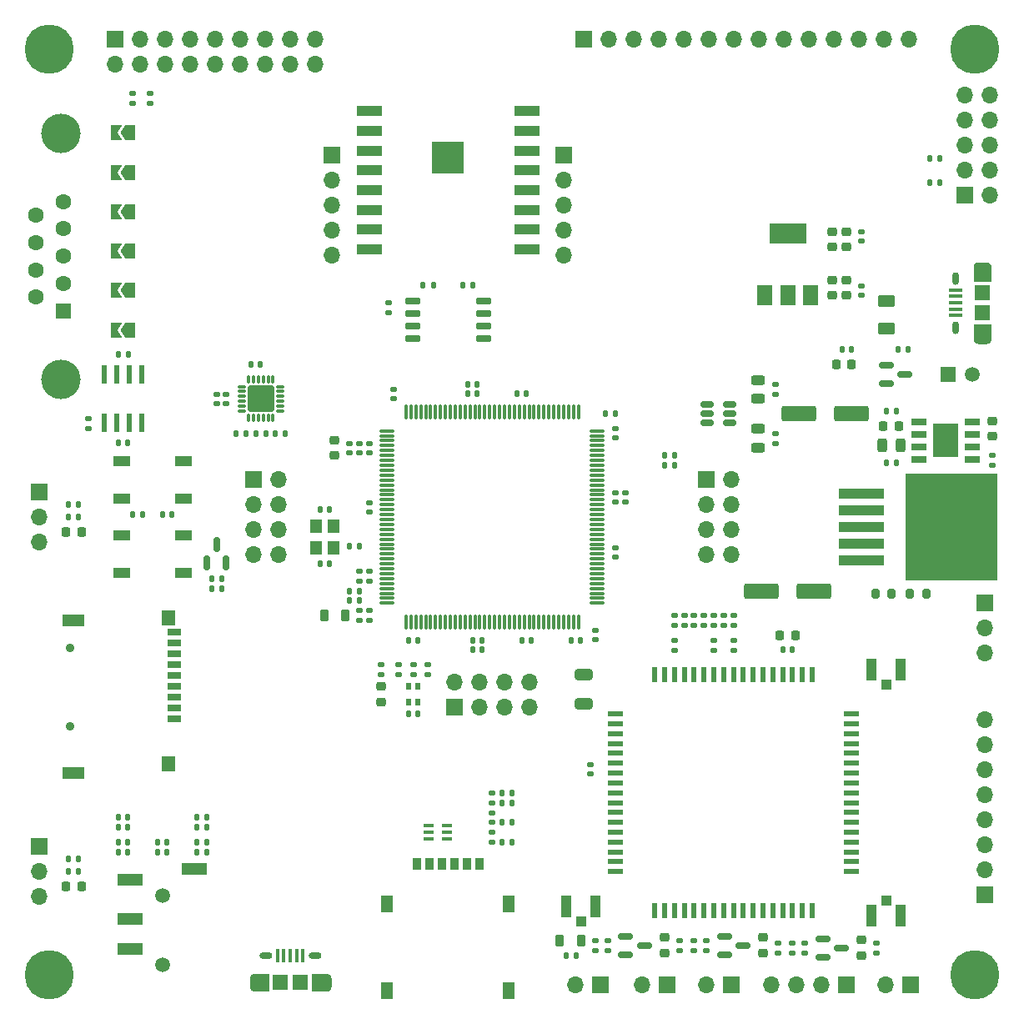
<source format=gbr>
%TF.GenerationSoftware,KiCad,Pcbnew,(6.0.0)*%
%TF.CreationDate,2022-01-12T18:34:34+03:00*%
%TF.ProjectId,UnderControl_V6,556e6465-7243-46f6-9e74-726f6c5f5636,1.6*%
%TF.SameCoordinates,Original*%
%TF.FileFunction,Soldermask,Top*%
%TF.FilePolarity,Negative*%
%FSLAX46Y46*%
G04 Gerber Fmt 4.6, Leading zero omitted, Abs format (unit mm)*
G04 Created by KiCad (PCBNEW (6.0.0)) date 2022-01-12 18:34:34*
%MOMM*%
%LPD*%
G01*
G04 APERTURE LIST*
G04 Aperture macros list*
%AMRoundRect*
0 Rectangle with rounded corners*
0 $1 Rounding radius*
0 $2 $3 $4 $5 $6 $7 $8 $9 X,Y pos of 4 corners*
0 Add a 4 corners polygon primitive as box body*
4,1,4,$2,$3,$4,$5,$6,$7,$8,$9,$2,$3,0*
0 Add four circle primitives for the rounded corners*
1,1,$1+$1,$2,$3*
1,1,$1+$1,$4,$5*
1,1,$1+$1,$6,$7*
1,1,$1+$1,$8,$9*
0 Add four rect primitives between the rounded corners*
20,1,$1+$1,$2,$3,$4,$5,0*
20,1,$1+$1,$4,$5,$6,$7,0*
20,1,$1+$1,$6,$7,$8,$9,0*
20,1,$1+$1,$8,$9,$2,$3,0*%
%AMFreePoly0*
4,1,6,1.000000,0.000000,0.500000,-0.750000,-0.500000,-0.750000,-0.500000,0.750000,0.500000,0.750000,1.000000,0.000000,1.000000,0.000000,$1*%
%AMFreePoly1*
4,1,6,0.500000,-0.750000,-0.650000,-0.750000,-0.150000,0.000000,-0.650000,0.750000,0.500000,0.750000,0.500000,-0.750000,0.500000,-0.750000,$1*%
G04 Aperture macros list end*
%ADD10C,0.000100*%
%ADD11RoundRect,0.075000X-0.662500X-0.075000X0.662500X-0.075000X0.662500X0.075000X-0.662500X0.075000X0*%
%ADD12RoundRect,0.075000X-0.075000X-0.662500X0.075000X-0.662500X0.075000X0.662500X-0.075000X0.662500X0*%
%ADD13RoundRect,0.135000X-0.185000X0.135000X-0.185000X-0.135000X0.185000X-0.135000X0.185000X0.135000X0*%
%ADD14RoundRect,0.135000X0.185000X-0.135000X0.185000X0.135000X-0.185000X0.135000X-0.185000X-0.135000X0*%
%ADD15RoundRect,0.135000X0.135000X0.185000X-0.135000X0.185000X-0.135000X-0.185000X0.135000X-0.185000X0*%
%ADD16RoundRect,0.135000X-0.135000X-0.185000X0.135000X-0.185000X0.135000X0.185000X-0.135000X0.185000X0*%
%ADD17RoundRect,0.150000X-0.587500X-0.150000X0.587500X-0.150000X0.587500X0.150000X-0.587500X0.150000X0*%
%ADD18O,1.700000X1.700000*%
%ADD19R,1.700000X1.700000*%
%ADD20RoundRect,0.218750X0.256250X-0.218750X0.256250X0.218750X-0.256250X0.218750X-0.256250X-0.218750X0*%
%ADD21RoundRect,0.218750X-0.218750X-0.256250X0.218750X-0.256250X0.218750X0.256250X-0.218750X0.256250X0*%
%ADD22RoundRect,0.140000X0.170000X-0.140000X0.170000X0.140000X-0.170000X0.140000X-0.170000X-0.140000X0*%
%ADD23RoundRect,0.140000X0.140000X0.170000X-0.140000X0.170000X-0.140000X-0.170000X0.140000X-0.170000X0*%
%ADD24RoundRect,0.225000X0.225000X0.250000X-0.225000X0.250000X-0.225000X-0.250000X0.225000X-0.250000X0*%
%ADD25RoundRect,0.250000X1.500000X0.550000X-1.500000X0.550000X-1.500000X-0.550000X1.500000X-0.550000X0*%
%ADD26RoundRect,0.250000X-1.500000X-0.550000X1.500000X-0.550000X1.500000X0.550000X-1.500000X0.550000X0*%
%ADD27RoundRect,0.225000X-0.225000X-0.250000X0.225000X-0.250000X0.225000X0.250000X-0.225000X0.250000X0*%
%ADD28RoundRect,0.140000X-0.140000X-0.170000X0.140000X-0.170000X0.140000X0.170000X-0.140000X0.170000X0*%
%ADD29RoundRect,0.250000X-0.650000X0.325000X-0.650000X-0.325000X0.650000X-0.325000X0.650000X0.325000X0*%
%ADD30RoundRect,0.225000X-0.250000X0.225000X-0.250000X-0.225000X0.250000X-0.225000X0.250000X0.225000X0*%
%ADD31RoundRect,0.225000X0.250000X-0.225000X0.250000X0.225000X-0.250000X0.225000X-0.250000X-0.225000X0*%
%ADD32RoundRect,0.243750X0.456250X-0.243750X0.456250X0.243750X-0.456250X0.243750X-0.456250X-0.243750X0*%
%ADD33RoundRect,0.243750X0.243750X0.456250X-0.243750X0.456250X-0.243750X-0.456250X0.243750X-0.456250X0*%
%ADD34R,0.550000X0.800000*%
%ADD35C,0.900000*%
%ADD36R,1.400000X0.700000*%
%ADD37R,1.400000X1.600000*%
%ADD38R,2.200000X1.200000*%
%ADD39C,1.600000*%
%ADD40R,1.600000X1.600000*%
%ADD41C,4.000000*%
%ADD42R,1.050000X1.100000*%
%ADD43R,1.100000X2.250000*%
%ADD44R,0.900000X1.200000*%
%ADD45R,1.300000X1.800000*%
%ADD46R,2.500000X1.200000*%
%ADD47C,1.500000*%
%ADD48RoundRect,0.200000X-0.200000X-0.275000X0.200000X-0.275000X0.200000X0.275000X-0.200000X0.275000X0*%
%ADD49FreePoly0,180.000000*%
%ADD50FreePoly1,180.000000*%
%ADD51RoundRect,0.140000X-0.170000X0.140000X-0.170000X-0.140000X0.170000X-0.140000X0.170000X0.140000X0*%
%ADD52RoundRect,0.250000X-0.625000X0.375000X-0.625000X-0.375000X0.625000X-0.375000X0.625000X0.375000X0*%
%ADD53RoundRect,0.218750X0.218750X0.256250X-0.218750X0.256250X-0.218750X-0.256250X0.218750X-0.256250X0*%
%ADD54RoundRect,0.150000X0.512500X0.150000X-0.512500X0.150000X-0.512500X-0.150000X0.512500X-0.150000X0*%
%ADD55R,2.600000X1.100000*%
%ADD56R,3.200000X3.200000*%
%ADD57RoundRect,0.218750X-0.218750X-0.381250X0.218750X-0.381250X0.218750X0.381250X-0.218750X0.381250X0*%
%ADD58R,1.700000X1.000000*%
%ADD59R,4.600000X1.100000*%
%ADD60R,9.400000X10.800000*%
%ADD61R,0.600000X1.600000*%
%ADD62R,1.600000X0.600000*%
%ADD63RoundRect,0.243750X-0.456250X0.243750X-0.456250X-0.243750X0.456250X-0.243750X0.456250X0.243750X0*%
%ADD64RoundRect,0.249100X1.125900X1.075900X-1.125900X1.075900X-1.125900X-1.075900X1.125900X-1.075900X0*%
%ADD65RoundRect,0.075000X0.350000X0.075000X-0.350000X0.075000X-0.350000X-0.075000X0.350000X-0.075000X0*%
%ADD66RoundRect,0.075000X-0.075000X0.350000X-0.075000X-0.350000X0.075000X-0.350000X0.075000X0.350000X0*%
%ADD67RoundRect,0.218750X0.218750X0.381250X-0.218750X0.381250X-0.218750X-0.381250X0.218750X-0.381250X0*%
%ADD68R,1.350000X0.400000*%
%ADD69O,0.650000X1.300000*%
%ADD70O,1.550000X0.775000*%
%ADD71R,1.550000X1.500000*%
%ADD72C,0.800000*%
%ADD73C,5.000000*%
%ADD74RoundRect,0.150000X0.150000X-0.587500X0.150000X0.587500X-0.150000X0.587500X-0.150000X-0.587500X0*%
%ADD75RoundRect,0.150000X0.650000X0.150000X-0.650000X0.150000X-0.650000X-0.150000X0.650000X-0.150000X0*%
%ADD76R,1.525000X0.700000*%
%ADD77R,2.513000X3.402000*%
%ADD78R,1.500000X2.000000*%
%ADD79R,3.800000X2.000000*%
%ADD80R,0.600000X1.970000*%
%ADD81R,1.060000X0.390000*%
%ADD82R,0.400000X1.350000*%
%ADD83O,1.300000X0.650000*%
%ADD84O,0.775000X1.550000*%
%ADD85R,1.500000X1.550000*%
%ADD86R,1.508000X1.508000*%
%ADD87C,1.508000*%
%ADD88R,1.200000X1.400000*%
G04 APERTURE END LIST*
D10*
%TO.C,J8*%
X148375000Y-84850000D02*
X148375000Y-83450000D01*
X148375000Y-83450000D02*
X150125000Y-83450000D01*
X150125000Y-83450000D02*
X150125000Y-84850000D01*
X150125000Y-84850000D02*
X150124000Y-84876000D01*
X150124000Y-84876000D02*
X150122000Y-84902000D01*
X150122000Y-84902000D02*
X150119000Y-84928000D01*
X150119000Y-84928000D02*
X150114000Y-84954000D01*
X150114000Y-84954000D02*
X150108000Y-84979000D01*
X150108000Y-84979000D02*
X150101000Y-85005000D01*
X150101000Y-85005000D02*
X150092000Y-85029000D01*
X150092000Y-85029000D02*
X150082000Y-85053000D01*
X150082000Y-85053000D02*
X150071000Y-85077000D01*
X150071000Y-85077000D02*
X150058000Y-85100000D01*
X150058000Y-85100000D02*
X150044000Y-85122000D01*
X150044000Y-85122000D02*
X150030000Y-85144000D01*
X150030000Y-85144000D02*
X150014000Y-85165000D01*
X150014000Y-85165000D02*
X149997000Y-85185000D01*
X149997000Y-85185000D02*
X149979000Y-85204000D01*
X149979000Y-85204000D02*
X149960000Y-85222000D01*
X149960000Y-85222000D02*
X149940000Y-85239000D01*
X149940000Y-85239000D02*
X149919000Y-85255000D01*
X149919000Y-85255000D02*
X149897000Y-85269000D01*
X149897000Y-85269000D02*
X149875000Y-85283000D01*
X149875000Y-85283000D02*
X149852000Y-85296000D01*
X149852000Y-85296000D02*
X149828000Y-85307000D01*
X149828000Y-85307000D02*
X149804000Y-85317000D01*
X149804000Y-85317000D02*
X149780000Y-85326000D01*
X149780000Y-85326000D02*
X149754000Y-85333000D01*
X149754000Y-85333000D02*
X149729000Y-85339000D01*
X149729000Y-85339000D02*
X149703000Y-85344000D01*
X149703000Y-85344000D02*
X149677000Y-85347000D01*
X149677000Y-85347000D02*
X149651000Y-85349000D01*
X149651000Y-85349000D02*
X149625000Y-85350000D01*
X149625000Y-85350000D02*
X148875000Y-85350000D01*
X148875000Y-85350000D02*
X148849000Y-85349000D01*
X148849000Y-85349000D02*
X148823000Y-85347000D01*
X148823000Y-85347000D02*
X148797000Y-85344000D01*
X148797000Y-85344000D02*
X148771000Y-85339000D01*
X148771000Y-85339000D02*
X148746000Y-85333000D01*
X148746000Y-85333000D02*
X148720000Y-85326000D01*
X148720000Y-85326000D02*
X148696000Y-85317000D01*
X148696000Y-85317000D02*
X148672000Y-85307000D01*
X148672000Y-85307000D02*
X148648000Y-85296000D01*
X148648000Y-85296000D02*
X148625000Y-85283000D01*
X148625000Y-85283000D02*
X148603000Y-85269000D01*
X148603000Y-85269000D02*
X148581000Y-85255000D01*
X148581000Y-85255000D02*
X148560000Y-85239000D01*
X148560000Y-85239000D02*
X148540000Y-85222000D01*
X148540000Y-85222000D02*
X148521000Y-85204000D01*
X148521000Y-85204000D02*
X148503000Y-85185000D01*
X148503000Y-85185000D02*
X148486000Y-85165000D01*
X148486000Y-85165000D02*
X148470000Y-85144000D01*
X148470000Y-85144000D02*
X148456000Y-85122000D01*
X148456000Y-85122000D02*
X148442000Y-85100000D01*
X148442000Y-85100000D02*
X148429000Y-85077000D01*
X148429000Y-85077000D02*
X148418000Y-85053000D01*
X148418000Y-85053000D02*
X148408000Y-85029000D01*
X148408000Y-85029000D02*
X148399000Y-85005000D01*
X148399000Y-85005000D02*
X148392000Y-84979000D01*
X148392000Y-84979000D02*
X148386000Y-84954000D01*
X148386000Y-84954000D02*
X148381000Y-84928000D01*
X148381000Y-84928000D02*
X148378000Y-84902000D01*
X148378000Y-84902000D02*
X148376000Y-84876000D01*
X148376000Y-84876000D02*
X148375000Y-84850000D01*
X148375000Y-84850000D02*
X148375000Y-84850000D01*
G36*
X150125000Y-84850000D02*
G01*
X150124000Y-84876000D01*
X150122000Y-84902000D01*
X150119000Y-84928000D01*
X150114000Y-84954000D01*
X150108000Y-84979000D01*
X150101000Y-85005000D01*
X150092000Y-85029000D01*
X150082000Y-85053000D01*
X150071000Y-85077000D01*
X150058000Y-85100000D01*
X150030000Y-85144000D01*
X150014000Y-85165000D01*
X149997000Y-85185000D01*
X149979000Y-85204000D01*
X149960000Y-85222000D01*
X149940000Y-85239000D01*
X149919000Y-85255000D01*
X149875000Y-85283000D01*
X149852000Y-85296000D01*
X149828000Y-85307000D01*
X149804000Y-85317000D01*
X149780000Y-85326000D01*
X149754000Y-85333000D01*
X149729000Y-85339000D01*
X149703000Y-85344000D01*
X149677000Y-85347000D01*
X149651000Y-85349000D01*
X149625000Y-85350000D01*
X148875000Y-85350000D01*
X148849000Y-85349000D01*
X148823000Y-85347000D01*
X148797000Y-85344000D01*
X148771000Y-85339000D01*
X148746000Y-85333000D01*
X148720000Y-85326000D01*
X148696000Y-85317000D01*
X148672000Y-85307000D01*
X148648000Y-85296000D01*
X148625000Y-85283000D01*
X148581000Y-85255000D01*
X148560000Y-85239000D01*
X148540000Y-85222000D01*
X148521000Y-85204000D01*
X148503000Y-85185000D01*
X148486000Y-85165000D01*
X148470000Y-85144000D01*
X148442000Y-85100000D01*
X148429000Y-85077000D01*
X148418000Y-85053000D01*
X148408000Y-85029000D01*
X148399000Y-85005000D01*
X148392000Y-84979000D01*
X148386000Y-84954000D01*
X148381000Y-84928000D01*
X148378000Y-84902000D01*
X148376000Y-84876000D01*
X148375000Y-84850000D01*
X148375000Y-83450000D01*
X150125000Y-83450000D01*
X150125000Y-84850000D01*
G37*
X150125000Y-84850000D02*
X150124000Y-84876000D01*
X150122000Y-84902000D01*
X150119000Y-84928000D01*
X150114000Y-84954000D01*
X150108000Y-84979000D01*
X150101000Y-85005000D01*
X150092000Y-85029000D01*
X150082000Y-85053000D01*
X150071000Y-85077000D01*
X150058000Y-85100000D01*
X150030000Y-85144000D01*
X150014000Y-85165000D01*
X149997000Y-85185000D01*
X149979000Y-85204000D01*
X149960000Y-85222000D01*
X149940000Y-85239000D01*
X149919000Y-85255000D01*
X149875000Y-85283000D01*
X149852000Y-85296000D01*
X149828000Y-85307000D01*
X149804000Y-85317000D01*
X149780000Y-85326000D01*
X149754000Y-85333000D01*
X149729000Y-85339000D01*
X149703000Y-85344000D01*
X149677000Y-85347000D01*
X149651000Y-85349000D01*
X149625000Y-85350000D01*
X148875000Y-85350000D01*
X148849000Y-85349000D01*
X148823000Y-85347000D01*
X148797000Y-85344000D01*
X148771000Y-85339000D01*
X148746000Y-85333000D01*
X148720000Y-85326000D01*
X148696000Y-85317000D01*
X148672000Y-85307000D01*
X148648000Y-85296000D01*
X148625000Y-85283000D01*
X148581000Y-85255000D01*
X148560000Y-85239000D01*
X148540000Y-85222000D01*
X148521000Y-85204000D01*
X148503000Y-85185000D01*
X148486000Y-85165000D01*
X148470000Y-85144000D01*
X148442000Y-85100000D01*
X148429000Y-85077000D01*
X148418000Y-85053000D01*
X148408000Y-85029000D01*
X148399000Y-85005000D01*
X148392000Y-84979000D01*
X148386000Y-84954000D01*
X148381000Y-84928000D01*
X148378000Y-84902000D01*
X148376000Y-84876000D01*
X148375000Y-84850000D01*
X148375000Y-83450000D01*
X150125000Y-83450000D01*
X150125000Y-84850000D01*
X150125000Y-77650000D02*
X150125000Y-79050000D01*
X150125000Y-79050000D02*
X148375000Y-79050000D01*
X148375000Y-79050000D02*
X148375000Y-77650000D01*
X148375000Y-77650000D02*
X148376000Y-77624000D01*
X148376000Y-77624000D02*
X148378000Y-77598000D01*
X148378000Y-77598000D02*
X148381000Y-77572000D01*
X148381000Y-77572000D02*
X148386000Y-77546000D01*
X148386000Y-77546000D02*
X148392000Y-77521000D01*
X148392000Y-77521000D02*
X148399000Y-77495000D01*
X148399000Y-77495000D02*
X148408000Y-77471000D01*
X148408000Y-77471000D02*
X148418000Y-77447000D01*
X148418000Y-77447000D02*
X148429000Y-77423000D01*
X148429000Y-77423000D02*
X148442000Y-77400000D01*
X148442000Y-77400000D02*
X148456000Y-77378000D01*
X148456000Y-77378000D02*
X148470000Y-77356000D01*
X148470000Y-77356000D02*
X148486000Y-77335000D01*
X148486000Y-77335000D02*
X148503000Y-77315000D01*
X148503000Y-77315000D02*
X148521000Y-77296000D01*
X148521000Y-77296000D02*
X148540000Y-77278000D01*
X148540000Y-77278000D02*
X148560000Y-77261000D01*
X148560000Y-77261000D02*
X148581000Y-77245000D01*
X148581000Y-77245000D02*
X148603000Y-77231000D01*
X148603000Y-77231000D02*
X148625000Y-77217000D01*
X148625000Y-77217000D02*
X148648000Y-77204000D01*
X148648000Y-77204000D02*
X148672000Y-77193000D01*
X148672000Y-77193000D02*
X148696000Y-77183000D01*
X148696000Y-77183000D02*
X148720000Y-77174000D01*
X148720000Y-77174000D02*
X148746000Y-77167000D01*
X148746000Y-77167000D02*
X148771000Y-77161000D01*
X148771000Y-77161000D02*
X148797000Y-77156000D01*
X148797000Y-77156000D02*
X148823000Y-77153000D01*
X148823000Y-77153000D02*
X148849000Y-77151000D01*
X148849000Y-77151000D02*
X148875000Y-77150000D01*
X148875000Y-77150000D02*
X149625000Y-77150000D01*
X149625000Y-77150000D02*
X149651000Y-77151000D01*
X149651000Y-77151000D02*
X149677000Y-77153000D01*
X149677000Y-77153000D02*
X149703000Y-77156000D01*
X149703000Y-77156000D02*
X149729000Y-77161000D01*
X149729000Y-77161000D02*
X149754000Y-77167000D01*
X149754000Y-77167000D02*
X149780000Y-77174000D01*
X149780000Y-77174000D02*
X149804000Y-77183000D01*
X149804000Y-77183000D02*
X149828000Y-77193000D01*
X149828000Y-77193000D02*
X149852000Y-77204000D01*
X149852000Y-77204000D02*
X149875000Y-77217000D01*
X149875000Y-77217000D02*
X149897000Y-77231000D01*
X149897000Y-77231000D02*
X149919000Y-77245000D01*
X149919000Y-77245000D02*
X149940000Y-77261000D01*
X149940000Y-77261000D02*
X149960000Y-77278000D01*
X149960000Y-77278000D02*
X149979000Y-77296000D01*
X149979000Y-77296000D02*
X149997000Y-77315000D01*
X149997000Y-77315000D02*
X150014000Y-77335000D01*
X150014000Y-77335000D02*
X150030000Y-77356000D01*
X150030000Y-77356000D02*
X150044000Y-77378000D01*
X150044000Y-77378000D02*
X150058000Y-77400000D01*
X150058000Y-77400000D02*
X150071000Y-77423000D01*
X150071000Y-77423000D02*
X150082000Y-77447000D01*
X150082000Y-77447000D02*
X150092000Y-77471000D01*
X150092000Y-77471000D02*
X150101000Y-77495000D01*
X150101000Y-77495000D02*
X150108000Y-77521000D01*
X150108000Y-77521000D02*
X150114000Y-77546000D01*
X150114000Y-77546000D02*
X150119000Y-77572000D01*
X150119000Y-77572000D02*
X150122000Y-77598000D01*
X150122000Y-77598000D02*
X150124000Y-77624000D01*
X150124000Y-77624000D02*
X150125000Y-77650000D01*
X150125000Y-77650000D02*
X150125000Y-77650000D01*
G36*
X149651000Y-77151000D02*
G01*
X149677000Y-77153000D01*
X149703000Y-77156000D01*
X149729000Y-77161000D01*
X149754000Y-77167000D01*
X149780000Y-77174000D01*
X149804000Y-77183000D01*
X149828000Y-77193000D01*
X149852000Y-77204000D01*
X149875000Y-77217000D01*
X149919000Y-77245000D01*
X149940000Y-77261000D01*
X149960000Y-77278000D01*
X149979000Y-77296000D01*
X149997000Y-77315000D01*
X150014000Y-77335000D01*
X150030000Y-77356000D01*
X150058000Y-77400000D01*
X150071000Y-77423000D01*
X150082000Y-77447000D01*
X150092000Y-77471000D01*
X150101000Y-77495000D01*
X150108000Y-77521000D01*
X150114000Y-77546000D01*
X150119000Y-77572000D01*
X150122000Y-77598000D01*
X150124000Y-77624000D01*
X150125000Y-77650000D01*
X150125000Y-79050000D01*
X148375000Y-79050000D01*
X148375000Y-77650000D01*
X148376000Y-77624000D01*
X148378000Y-77598000D01*
X148381000Y-77572000D01*
X148386000Y-77546000D01*
X148392000Y-77521000D01*
X148399000Y-77495000D01*
X148408000Y-77471000D01*
X148418000Y-77447000D01*
X148429000Y-77423000D01*
X148442000Y-77400000D01*
X148470000Y-77356000D01*
X148486000Y-77335000D01*
X148503000Y-77315000D01*
X148521000Y-77296000D01*
X148540000Y-77278000D01*
X148560000Y-77261000D01*
X148581000Y-77245000D01*
X148625000Y-77217000D01*
X148648000Y-77204000D01*
X148672000Y-77193000D01*
X148696000Y-77183000D01*
X148720000Y-77174000D01*
X148746000Y-77167000D01*
X148771000Y-77161000D01*
X148797000Y-77156000D01*
X148823000Y-77153000D01*
X148849000Y-77151000D01*
X148875000Y-77150000D01*
X149625000Y-77150000D01*
X149651000Y-77151000D01*
G37*
X149651000Y-77151000D02*
X149677000Y-77153000D01*
X149703000Y-77156000D01*
X149729000Y-77161000D01*
X149754000Y-77167000D01*
X149780000Y-77174000D01*
X149804000Y-77183000D01*
X149828000Y-77193000D01*
X149852000Y-77204000D01*
X149875000Y-77217000D01*
X149919000Y-77245000D01*
X149940000Y-77261000D01*
X149960000Y-77278000D01*
X149979000Y-77296000D01*
X149997000Y-77315000D01*
X150014000Y-77335000D01*
X150030000Y-77356000D01*
X150058000Y-77400000D01*
X150071000Y-77423000D01*
X150082000Y-77447000D01*
X150092000Y-77471000D01*
X150101000Y-77495000D01*
X150108000Y-77521000D01*
X150114000Y-77546000D01*
X150119000Y-77572000D01*
X150122000Y-77598000D01*
X150124000Y-77624000D01*
X150125000Y-77650000D01*
X150125000Y-79050000D01*
X148375000Y-79050000D01*
X148375000Y-77650000D01*
X148376000Y-77624000D01*
X148378000Y-77598000D01*
X148381000Y-77572000D01*
X148386000Y-77546000D01*
X148392000Y-77521000D01*
X148399000Y-77495000D01*
X148408000Y-77471000D01*
X148418000Y-77447000D01*
X148429000Y-77423000D01*
X148442000Y-77400000D01*
X148470000Y-77356000D01*
X148486000Y-77335000D01*
X148503000Y-77315000D01*
X148521000Y-77296000D01*
X148540000Y-77278000D01*
X148560000Y-77261000D01*
X148581000Y-77245000D01*
X148625000Y-77217000D01*
X148648000Y-77204000D01*
X148672000Y-77193000D01*
X148696000Y-77183000D01*
X148720000Y-77174000D01*
X148746000Y-77167000D01*
X148771000Y-77161000D01*
X148797000Y-77156000D01*
X148823000Y-77153000D01*
X148849000Y-77151000D01*
X148875000Y-77150000D01*
X149625000Y-77150000D01*
X149651000Y-77151000D01*
%TO.C,J7*%
X75400000Y-149375000D02*
X76800000Y-149375000D01*
X76800000Y-149375000D02*
X76800000Y-151125000D01*
X76800000Y-151125000D02*
X75400000Y-151125000D01*
X75400000Y-151125000D02*
X75374000Y-151124000D01*
X75374000Y-151124000D02*
X75348000Y-151122000D01*
X75348000Y-151122000D02*
X75322000Y-151119000D01*
X75322000Y-151119000D02*
X75296000Y-151114000D01*
X75296000Y-151114000D02*
X75271000Y-151108000D01*
X75271000Y-151108000D02*
X75245000Y-151101000D01*
X75245000Y-151101000D02*
X75221000Y-151092000D01*
X75221000Y-151092000D02*
X75197000Y-151082000D01*
X75197000Y-151082000D02*
X75173000Y-151071000D01*
X75173000Y-151071000D02*
X75150000Y-151058000D01*
X75150000Y-151058000D02*
X75128000Y-151044000D01*
X75128000Y-151044000D02*
X75106000Y-151030000D01*
X75106000Y-151030000D02*
X75085000Y-151014000D01*
X75085000Y-151014000D02*
X75065000Y-150997000D01*
X75065000Y-150997000D02*
X75046000Y-150979000D01*
X75046000Y-150979000D02*
X75028000Y-150960000D01*
X75028000Y-150960000D02*
X75011000Y-150940000D01*
X75011000Y-150940000D02*
X74995000Y-150919000D01*
X74995000Y-150919000D02*
X74981000Y-150897000D01*
X74981000Y-150897000D02*
X74967000Y-150875000D01*
X74967000Y-150875000D02*
X74954000Y-150852000D01*
X74954000Y-150852000D02*
X74943000Y-150828000D01*
X74943000Y-150828000D02*
X74933000Y-150804000D01*
X74933000Y-150804000D02*
X74924000Y-150780000D01*
X74924000Y-150780000D02*
X74917000Y-150754000D01*
X74917000Y-150754000D02*
X74911000Y-150729000D01*
X74911000Y-150729000D02*
X74906000Y-150703000D01*
X74906000Y-150703000D02*
X74903000Y-150677000D01*
X74903000Y-150677000D02*
X74901000Y-150651000D01*
X74901000Y-150651000D02*
X74900000Y-150625000D01*
X74900000Y-150625000D02*
X74900000Y-149875000D01*
X74900000Y-149875000D02*
X74901000Y-149849000D01*
X74901000Y-149849000D02*
X74903000Y-149823000D01*
X74903000Y-149823000D02*
X74906000Y-149797000D01*
X74906000Y-149797000D02*
X74911000Y-149771000D01*
X74911000Y-149771000D02*
X74917000Y-149746000D01*
X74917000Y-149746000D02*
X74924000Y-149720000D01*
X74924000Y-149720000D02*
X74933000Y-149696000D01*
X74933000Y-149696000D02*
X74943000Y-149672000D01*
X74943000Y-149672000D02*
X74954000Y-149648000D01*
X74954000Y-149648000D02*
X74967000Y-149625000D01*
X74967000Y-149625000D02*
X74981000Y-149603000D01*
X74981000Y-149603000D02*
X74995000Y-149581000D01*
X74995000Y-149581000D02*
X75011000Y-149560000D01*
X75011000Y-149560000D02*
X75028000Y-149540000D01*
X75028000Y-149540000D02*
X75046000Y-149521000D01*
X75046000Y-149521000D02*
X75065000Y-149503000D01*
X75065000Y-149503000D02*
X75085000Y-149486000D01*
X75085000Y-149486000D02*
X75106000Y-149470000D01*
X75106000Y-149470000D02*
X75128000Y-149456000D01*
X75128000Y-149456000D02*
X75150000Y-149442000D01*
X75150000Y-149442000D02*
X75173000Y-149429000D01*
X75173000Y-149429000D02*
X75197000Y-149418000D01*
X75197000Y-149418000D02*
X75221000Y-149408000D01*
X75221000Y-149408000D02*
X75245000Y-149399000D01*
X75245000Y-149399000D02*
X75271000Y-149392000D01*
X75271000Y-149392000D02*
X75296000Y-149386000D01*
X75296000Y-149386000D02*
X75322000Y-149381000D01*
X75322000Y-149381000D02*
X75348000Y-149378000D01*
X75348000Y-149378000D02*
X75374000Y-149376000D01*
X75374000Y-149376000D02*
X75400000Y-149375000D01*
X75400000Y-149375000D02*
X75400000Y-149375000D01*
G36*
X76800000Y-151125000D02*
G01*
X75400000Y-151125000D01*
X75374000Y-151124000D01*
X75348000Y-151122000D01*
X75322000Y-151119000D01*
X75296000Y-151114000D01*
X75271000Y-151108000D01*
X75245000Y-151101000D01*
X75221000Y-151092000D01*
X75197000Y-151082000D01*
X75173000Y-151071000D01*
X75150000Y-151058000D01*
X75106000Y-151030000D01*
X75085000Y-151014000D01*
X75065000Y-150997000D01*
X75046000Y-150979000D01*
X75028000Y-150960000D01*
X75011000Y-150940000D01*
X74995000Y-150919000D01*
X74967000Y-150875000D01*
X74954000Y-150852000D01*
X74943000Y-150828000D01*
X74933000Y-150804000D01*
X74924000Y-150780000D01*
X74917000Y-150754000D01*
X74911000Y-150729000D01*
X74906000Y-150703000D01*
X74903000Y-150677000D01*
X74901000Y-150651000D01*
X74900000Y-150625000D01*
X74900000Y-149875000D01*
X74901000Y-149849000D01*
X74903000Y-149823000D01*
X74906000Y-149797000D01*
X74911000Y-149771000D01*
X74917000Y-149746000D01*
X74924000Y-149720000D01*
X74933000Y-149696000D01*
X74943000Y-149672000D01*
X74954000Y-149648000D01*
X74967000Y-149625000D01*
X74995000Y-149581000D01*
X75011000Y-149560000D01*
X75028000Y-149540000D01*
X75046000Y-149521000D01*
X75065000Y-149503000D01*
X75085000Y-149486000D01*
X75106000Y-149470000D01*
X75150000Y-149442000D01*
X75173000Y-149429000D01*
X75197000Y-149418000D01*
X75221000Y-149408000D01*
X75245000Y-149399000D01*
X75271000Y-149392000D01*
X75296000Y-149386000D01*
X75322000Y-149381000D01*
X75348000Y-149378000D01*
X75374000Y-149376000D01*
X75400000Y-149375000D01*
X76800000Y-149375000D01*
X76800000Y-151125000D01*
G37*
X76800000Y-151125000D02*
X75400000Y-151125000D01*
X75374000Y-151124000D01*
X75348000Y-151122000D01*
X75322000Y-151119000D01*
X75296000Y-151114000D01*
X75271000Y-151108000D01*
X75245000Y-151101000D01*
X75221000Y-151092000D01*
X75197000Y-151082000D01*
X75173000Y-151071000D01*
X75150000Y-151058000D01*
X75106000Y-151030000D01*
X75085000Y-151014000D01*
X75065000Y-150997000D01*
X75046000Y-150979000D01*
X75028000Y-150960000D01*
X75011000Y-150940000D01*
X74995000Y-150919000D01*
X74967000Y-150875000D01*
X74954000Y-150852000D01*
X74943000Y-150828000D01*
X74933000Y-150804000D01*
X74924000Y-150780000D01*
X74917000Y-150754000D01*
X74911000Y-150729000D01*
X74906000Y-150703000D01*
X74903000Y-150677000D01*
X74901000Y-150651000D01*
X74900000Y-150625000D01*
X74900000Y-149875000D01*
X74901000Y-149849000D01*
X74903000Y-149823000D01*
X74906000Y-149797000D01*
X74911000Y-149771000D01*
X74917000Y-149746000D01*
X74924000Y-149720000D01*
X74933000Y-149696000D01*
X74943000Y-149672000D01*
X74954000Y-149648000D01*
X74967000Y-149625000D01*
X74995000Y-149581000D01*
X75011000Y-149560000D01*
X75028000Y-149540000D01*
X75046000Y-149521000D01*
X75065000Y-149503000D01*
X75085000Y-149486000D01*
X75106000Y-149470000D01*
X75150000Y-149442000D01*
X75173000Y-149429000D01*
X75197000Y-149418000D01*
X75221000Y-149408000D01*
X75245000Y-149399000D01*
X75271000Y-149392000D01*
X75296000Y-149386000D01*
X75322000Y-149381000D01*
X75348000Y-149378000D01*
X75374000Y-149376000D01*
X75400000Y-149375000D01*
X76800000Y-149375000D01*
X76800000Y-151125000D01*
X82600000Y-151125000D02*
X81200000Y-151125000D01*
X81200000Y-151125000D02*
X81200000Y-149375000D01*
X81200000Y-149375000D02*
X82600000Y-149375000D01*
X82600000Y-149375000D02*
X82626000Y-149376000D01*
X82626000Y-149376000D02*
X82652000Y-149378000D01*
X82652000Y-149378000D02*
X82678000Y-149381000D01*
X82678000Y-149381000D02*
X82704000Y-149386000D01*
X82704000Y-149386000D02*
X82729000Y-149392000D01*
X82729000Y-149392000D02*
X82755000Y-149399000D01*
X82755000Y-149399000D02*
X82779000Y-149408000D01*
X82779000Y-149408000D02*
X82803000Y-149418000D01*
X82803000Y-149418000D02*
X82827000Y-149429000D01*
X82827000Y-149429000D02*
X82850000Y-149442000D01*
X82850000Y-149442000D02*
X82872000Y-149456000D01*
X82872000Y-149456000D02*
X82894000Y-149470000D01*
X82894000Y-149470000D02*
X82915000Y-149486000D01*
X82915000Y-149486000D02*
X82935000Y-149503000D01*
X82935000Y-149503000D02*
X82954000Y-149521000D01*
X82954000Y-149521000D02*
X82972000Y-149540000D01*
X82972000Y-149540000D02*
X82989000Y-149560000D01*
X82989000Y-149560000D02*
X83005000Y-149581000D01*
X83005000Y-149581000D02*
X83019000Y-149603000D01*
X83019000Y-149603000D02*
X83033000Y-149625000D01*
X83033000Y-149625000D02*
X83046000Y-149648000D01*
X83046000Y-149648000D02*
X83057000Y-149672000D01*
X83057000Y-149672000D02*
X83067000Y-149696000D01*
X83067000Y-149696000D02*
X83076000Y-149720000D01*
X83076000Y-149720000D02*
X83083000Y-149746000D01*
X83083000Y-149746000D02*
X83089000Y-149771000D01*
X83089000Y-149771000D02*
X83094000Y-149797000D01*
X83094000Y-149797000D02*
X83097000Y-149823000D01*
X83097000Y-149823000D02*
X83099000Y-149849000D01*
X83099000Y-149849000D02*
X83100000Y-149875000D01*
X83100000Y-149875000D02*
X83100000Y-150625000D01*
X83100000Y-150625000D02*
X83099000Y-150651000D01*
X83099000Y-150651000D02*
X83097000Y-150677000D01*
X83097000Y-150677000D02*
X83094000Y-150703000D01*
X83094000Y-150703000D02*
X83089000Y-150729000D01*
X83089000Y-150729000D02*
X83083000Y-150754000D01*
X83083000Y-150754000D02*
X83076000Y-150780000D01*
X83076000Y-150780000D02*
X83067000Y-150804000D01*
X83067000Y-150804000D02*
X83057000Y-150828000D01*
X83057000Y-150828000D02*
X83046000Y-150852000D01*
X83046000Y-150852000D02*
X83033000Y-150875000D01*
X83033000Y-150875000D02*
X83019000Y-150897000D01*
X83019000Y-150897000D02*
X83005000Y-150919000D01*
X83005000Y-150919000D02*
X82989000Y-150940000D01*
X82989000Y-150940000D02*
X82972000Y-150960000D01*
X82972000Y-150960000D02*
X82954000Y-150979000D01*
X82954000Y-150979000D02*
X82935000Y-150997000D01*
X82935000Y-150997000D02*
X82915000Y-151014000D01*
X82915000Y-151014000D02*
X82894000Y-151030000D01*
X82894000Y-151030000D02*
X82872000Y-151044000D01*
X82872000Y-151044000D02*
X82850000Y-151058000D01*
X82850000Y-151058000D02*
X82827000Y-151071000D01*
X82827000Y-151071000D02*
X82803000Y-151082000D01*
X82803000Y-151082000D02*
X82779000Y-151092000D01*
X82779000Y-151092000D02*
X82755000Y-151101000D01*
X82755000Y-151101000D02*
X82729000Y-151108000D01*
X82729000Y-151108000D02*
X82704000Y-151114000D01*
X82704000Y-151114000D02*
X82678000Y-151119000D01*
X82678000Y-151119000D02*
X82652000Y-151122000D01*
X82652000Y-151122000D02*
X82626000Y-151124000D01*
X82626000Y-151124000D02*
X82600000Y-151125000D01*
X82600000Y-151125000D02*
X82600000Y-151125000D01*
G36*
X82626000Y-149376000D02*
G01*
X82652000Y-149378000D01*
X82678000Y-149381000D01*
X82704000Y-149386000D01*
X82729000Y-149392000D01*
X82755000Y-149399000D01*
X82779000Y-149408000D01*
X82803000Y-149418000D01*
X82827000Y-149429000D01*
X82850000Y-149442000D01*
X82894000Y-149470000D01*
X82915000Y-149486000D01*
X82935000Y-149503000D01*
X82954000Y-149521000D01*
X82972000Y-149540000D01*
X82989000Y-149560000D01*
X83005000Y-149581000D01*
X83033000Y-149625000D01*
X83046000Y-149648000D01*
X83057000Y-149672000D01*
X83067000Y-149696000D01*
X83076000Y-149720000D01*
X83083000Y-149746000D01*
X83089000Y-149771000D01*
X83094000Y-149797000D01*
X83097000Y-149823000D01*
X83099000Y-149849000D01*
X83100000Y-149875000D01*
X83100000Y-150625000D01*
X83099000Y-150651000D01*
X83097000Y-150677000D01*
X83094000Y-150703000D01*
X83089000Y-150729000D01*
X83083000Y-150754000D01*
X83076000Y-150780000D01*
X83067000Y-150804000D01*
X83057000Y-150828000D01*
X83046000Y-150852000D01*
X83033000Y-150875000D01*
X83005000Y-150919000D01*
X82989000Y-150940000D01*
X82972000Y-150960000D01*
X82954000Y-150979000D01*
X82935000Y-150997000D01*
X82915000Y-151014000D01*
X82894000Y-151030000D01*
X82850000Y-151058000D01*
X82827000Y-151071000D01*
X82803000Y-151082000D01*
X82779000Y-151092000D01*
X82755000Y-151101000D01*
X82729000Y-151108000D01*
X82704000Y-151114000D01*
X82678000Y-151119000D01*
X82652000Y-151122000D01*
X82626000Y-151124000D01*
X82600000Y-151125000D01*
X81200000Y-151125000D01*
X81200000Y-149375000D01*
X82600000Y-149375000D01*
X82626000Y-149376000D01*
G37*
X82626000Y-149376000D02*
X82652000Y-149378000D01*
X82678000Y-149381000D01*
X82704000Y-149386000D01*
X82729000Y-149392000D01*
X82755000Y-149399000D01*
X82779000Y-149408000D01*
X82803000Y-149418000D01*
X82827000Y-149429000D01*
X82850000Y-149442000D01*
X82894000Y-149470000D01*
X82915000Y-149486000D01*
X82935000Y-149503000D01*
X82954000Y-149521000D01*
X82972000Y-149540000D01*
X82989000Y-149560000D01*
X83005000Y-149581000D01*
X83033000Y-149625000D01*
X83046000Y-149648000D01*
X83057000Y-149672000D01*
X83067000Y-149696000D01*
X83076000Y-149720000D01*
X83083000Y-149746000D01*
X83089000Y-149771000D01*
X83094000Y-149797000D01*
X83097000Y-149823000D01*
X83099000Y-149849000D01*
X83100000Y-149875000D01*
X83100000Y-150625000D01*
X83099000Y-150651000D01*
X83097000Y-150677000D01*
X83094000Y-150703000D01*
X83089000Y-150729000D01*
X83083000Y-150754000D01*
X83076000Y-150780000D01*
X83067000Y-150804000D01*
X83057000Y-150828000D01*
X83046000Y-150852000D01*
X83033000Y-150875000D01*
X83005000Y-150919000D01*
X82989000Y-150940000D01*
X82972000Y-150960000D01*
X82954000Y-150979000D01*
X82935000Y-150997000D01*
X82915000Y-151014000D01*
X82894000Y-151030000D01*
X82850000Y-151058000D01*
X82827000Y-151071000D01*
X82803000Y-151082000D01*
X82779000Y-151092000D01*
X82755000Y-151101000D01*
X82729000Y-151108000D01*
X82704000Y-151114000D01*
X82678000Y-151119000D01*
X82652000Y-151122000D01*
X82626000Y-151124000D01*
X82600000Y-151125000D01*
X81200000Y-151125000D01*
X81200000Y-149375000D01*
X82600000Y-149375000D01*
X82626000Y-149376000D01*
%TD*%
D11*
%TO.C,U7*%
X88837500Y-94250000D03*
X88837500Y-94750000D03*
X88837500Y-95250000D03*
X88837500Y-95750000D03*
X88837500Y-96250000D03*
X88837500Y-96750000D03*
X88837500Y-97250000D03*
X88837500Y-97750000D03*
X88837500Y-98250000D03*
X88837500Y-98750000D03*
X88837500Y-99250000D03*
X88837500Y-99750000D03*
X88837500Y-100250000D03*
X88837500Y-100750000D03*
X88837500Y-101250000D03*
X88837500Y-101750000D03*
X88837500Y-102250000D03*
X88837500Y-102750000D03*
X88837500Y-103250000D03*
X88837500Y-103750000D03*
X88837500Y-104250000D03*
X88837500Y-104750000D03*
X88837500Y-105250000D03*
X88837500Y-105750000D03*
X88837500Y-106250000D03*
X88837500Y-106750000D03*
X88837500Y-107250000D03*
X88837500Y-107750000D03*
X88837500Y-108250000D03*
X88837500Y-108750000D03*
X88837500Y-109250000D03*
X88837500Y-109750000D03*
X88837500Y-110250000D03*
X88837500Y-110750000D03*
X88837500Y-111250000D03*
X88837500Y-111750000D03*
D12*
X90750000Y-113662500D03*
X91250000Y-113662500D03*
X91750000Y-113662500D03*
X92250000Y-113662500D03*
X92750000Y-113662500D03*
X93250000Y-113662500D03*
X93750000Y-113662500D03*
X94250000Y-113662500D03*
X94750000Y-113662500D03*
X95250000Y-113662500D03*
X95750000Y-113662500D03*
X96250000Y-113662500D03*
X96750000Y-113662500D03*
X97250000Y-113662500D03*
X97750000Y-113662500D03*
X98250000Y-113662500D03*
X98750000Y-113662500D03*
X99250000Y-113662500D03*
X99750000Y-113662500D03*
X100250000Y-113662500D03*
X100750000Y-113662500D03*
X101250000Y-113662500D03*
X101750000Y-113662500D03*
X102250000Y-113662500D03*
X102750000Y-113662500D03*
X103250000Y-113662500D03*
X103750000Y-113662500D03*
X104250000Y-113662500D03*
X104750000Y-113662500D03*
X105250000Y-113662500D03*
X105750000Y-113662500D03*
X106250000Y-113662500D03*
X106750000Y-113662500D03*
X107250000Y-113662500D03*
X107750000Y-113662500D03*
X108250000Y-113662500D03*
D11*
X110162500Y-111750000D03*
X110162500Y-111250000D03*
X110162500Y-110750000D03*
X110162500Y-110250000D03*
X110162500Y-109750000D03*
X110162500Y-109250000D03*
X110162500Y-108750000D03*
X110162500Y-108250000D03*
X110162500Y-107750000D03*
X110162500Y-107250000D03*
X110162500Y-106750000D03*
X110162500Y-106250000D03*
X110162500Y-105750000D03*
X110162500Y-105250000D03*
X110162500Y-104750000D03*
X110162500Y-104250000D03*
X110162500Y-103750000D03*
X110162500Y-103250000D03*
X110162500Y-102750000D03*
X110162500Y-102250000D03*
X110162500Y-101750000D03*
X110162500Y-101250000D03*
X110162500Y-100750000D03*
X110162500Y-100250000D03*
X110162500Y-99750000D03*
X110162500Y-99250000D03*
X110162500Y-98750000D03*
X110162500Y-98250000D03*
X110162500Y-97750000D03*
X110162500Y-97250000D03*
X110162500Y-96750000D03*
X110162500Y-96250000D03*
X110162500Y-95750000D03*
X110162500Y-95250000D03*
X110162500Y-94750000D03*
X110162500Y-94250000D03*
D12*
X108250000Y-92337500D03*
X107750000Y-92337500D03*
X107250000Y-92337500D03*
X106750000Y-92337500D03*
X106250000Y-92337500D03*
X105750000Y-92337500D03*
X105250000Y-92337500D03*
X104750000Y-92337500D03*
X104250000Y-92337500D03*
X103750000Y-92337500D03*
X103250000Y-92337500D03*
X102750000Y-92337500D03*
X102250000Y-92337500D03*
X101750000Y-92337500D03*
X101250000Y-92337500D03*
X100750000Y-92337500D03*
X100250000Y-92337500D03*
X99750000Y-92337500D03*
X99250000Y-92337500D03*
X98750000Y-92337500D03*
X98250000Y-92337500D03*
X97750000Y-92337500D03*
X97250000Y-92337500D03*
X96750000Y-92337500D03*
X96250000Y-92337500D03*
X95750000Y-92337500D03*
X95250000Y-92337500D03*
X94750000Y-92337500D03*
X94250000Y-92337500D03*
X93750000Y-92337500D03*
X93250000Y-92337500D03*
X92750000Y-92337500D03*
X92250000Y-92337500D03*
X91750000Y-92337500D03*
X91250000Y-92337500D03*
X90750000Y-92337500D03*
%TD*%
D13*
%TO.C,R55*%
X110000000Y-147010000D03*
X110000000Y-145990000D03*
%TD*%
%TO.C,R54*%
X120000000Y-147010000D03*
X120000000Y-145990000D03*
%TD*%
%TO.C,R53*%
X130000000Y-147260000D03*
X130000000Y-146240000D03*
%TD*%
D14*
%TO.C,R52*%
X111250000Y-145990000D03*
X111250000Y-147010000D03*
%TD*%
%TO.C,R51*%
X121250000Y-145990000D03*
X121250000Y-147010000D03*
%TD*%
%TO.C,R50*%
X131250000Y-146240000D03*
X131250000Y-147260000D03*
%TD*%
D13*
%TO.C,R49*%
X118500000Y-147010000D03*
X118500000Y-145990000D03*
%TD*%
%TO.C,R48*%
X128500000Y-147260000D03*
X128500000Y-146240000D03*
%TD*%
%TO.C,R47*%
X138500000Y-146240000D03*
X138500000Y-147260000D03*
%TD*%
D15*
%TO.C,R46*%
X57510000Y-139000000D03*
X56490000Y-139000000D03*
%TD*%
%TO.C,R45*%
X56490000Y-103000000D03*
X57510000Y-103000000D03*
%TD*%
D16*
%TO.C,R44*%
X57510000Y-137750000D03*
X56490000Y-137750000D03*
%TD*%
%TO.C,R43*%
X57510000Y-101750000D03*
X56490000Y-101750000D03*
%TD*%
%TO.C,R6*%
X141760000Y-86000000D03*
X140740000Y-86000000D03*
%TD*%
D17*
%TO.C,Q5*%
X114937500Y-146500000D03*
X113062500Y-147450000D03*
X113062500Y-145550000D03*
%TD*%
%TO.C,Q4*%
X124937500Y-146500000D03*
X123062500Y-147450000D03*
X123062500Y-145550000D03*
%TD*%
%TO.C,Q3*%
X134937500Y-146750000D03*
X133062500Y-147700000D03*
X133062500Y-145800000D03*
%TD*%
D18*
%TO.C,J27*%
X103320000Y-119735000D03*
X103320000Y-122275000D03*
X100780000Y-119735000D03*
X100780000Y-122275000D03*
X98240000Y-119735000D03*
X98240000Y-122275000D03*
X95700000Y-119735000D03*
D19*
X95700000Y-122275000D03*
%TD*%
D18*
%TO.C,J26*%
X123765000Y-106820000D03*
X121225000Y-106820000D03*
X123765000Y-104280000D03*
X121225000Y-104280000D03*
X123765000Y-101740000D03*
X121225000Y-101740000D03*
X123765000Y-99200000D03*
D19*
X121225000Y-99200000D03*
%TD*%
D18*
%TO.C,J25*%
X77765000Y-106820000D03*
X75225000Y-106820000D03*
X77765000Y-104280000D03*
X75225000Y-104280000D03*
X77765000Y-101740000D03*
X75225000Y-101740000D03*
X77765000Y-99200000D03*
D19*
X75225000Y-99200000D03*
%TD*%
D18*
%TO.C,J24*%
X53500000Y-141555000D03*
X53500000Y-139015000D03*
D19*
X53500000Y-136475000D03*
%TD*%
%TO.C,J23*%
X53500000Y-100460000D03*
D18*
X53500000Y-103000000D03*
X53500000Y-105540000D03*
%TD*%
D20*
%TO.C,D11*%
X117000000Y-145712500D03*
X117000000Y-147287500D03*
%TD*%
%TO.C,D10*%
X127000000Y-145712500D03*
X127000000Y-147287500D03*
%TD*%
%TO.C,D9*%
X137000000Y-145962500D03*
X137000000Y-147537500D03*
%TD*%
D21*
%TO.C,D8*%
X57787500Y-140500000D03*
X56212500Y-140500000D03*
%TD*%
%TO.C,D7*%
X57787500Y-104500000D03*
X56212500Y-104500000D03*
%TD*%
D22*
%TO.C,C8*%
X109500000Y-128120000D03*
X109500000Y-129080000D03*
%TD*%
D23*
%TO.C,C9*%
X135040000Y-86020000D03*
X136000000Y-86020000D03*
%TD*%
D24*
%TO.C,C10*%
X134450000Y-87520000D03*
X136000000Y-87520000D03*
%TD*%
D25*
%TO.C,C11*%
X130600000Y-92520000D03*
X136000000Y-92520000D03*
%TD*%
D26*
%TO.C,C12*%
X132200000Y-110500000D03*
X126800000Y-110500000D03*
%TD*%
D27*
%TO.C,C13*%
X130275000Y-115000000D03*
X128725000Y-115000000D03*
%TD*%
D28*
%TO.C,C14*%
X129980000Y-116500000D03*
X129020000Y-116500000D03*
%TD*%
%TO.C,C15*%
X66980000Y-102770000D03*
X66020000Y-102770000D03*
%TD*%
D29*
%TO.C,C7*%
X108750000Y-121975000D03*
X108750000Y-119025000D03*
%TD*%
D30*
%TO.C,C20*%
X150250000Y-94775000D03*
X150250000Y-93225000D03*
%TD*%
D28*
%TO.C,C21*%
X82980000Y-102250000D03*
X82020000Y-102250000D03*
%TD*%
D31*
%TO.C,C49*%
X83500000Y-95225000D03*
X83500000Y-96775000D03*
%TD*%
D22*
%TO.C,C50*%
X86000000Y-95520000D03*
X86000000Y-96480000D03*
%TD*%
D32*
%TO.C,D1*%
X126500000Y-94062500D03*
X126500000Y-95937500D03*
%TD*%
D33*
%TO.C,D4*%
X139062500Y-95750000D03*
X140937500Y-95750000D03*
%TD*%
D34*
%TO.C,D6*%
X91050000Y-121800000D03*
X91950000Y-121800000D03*
X91950000Y-120200000D03*
X91050000Y-120200000D03*
%TD*%
D18*
%TO.C,J10*%
X139460000Y-150500000D03*
D19*
X142000000Y-150500000D03*
%TD*%
D18*
%TO.C,J12*%
X149500000Y-116830000D03*
X149500000Y-114290000D03*
D19*
X149500000Y-111750000D03*
%TD*%
D18*
%TO.C,J13*%
X106750000Y-76410000D03*
X106750000Y-73870000D03*
X106750000Y-71330000D03*
X106750000Y-68790000D03*
D19*
X106750000Y-66250000D03*
%TD*%
D35*
%TO.C,J14*%
X56600000Y-124275000D03*
X56600000Y-116275000D03*
D36*
X67200000Y-123475000D03*
X67200000Y-122375000D03*
X67200000Y-121275000D03*
X67200000Y-120175000D03*
X67200000Y-119075000D03*
X67200000Y-117975000D03*
X67200000Y-116875000D03*
X67200000Y-115775000D03*
X67200000Y-114675000D03*
D37*
X66600000Y-113225000D03*
X66600000Y-128075000D03*
D38*
X57000000Y-113475000D03*
X57000000Y-128975000D03*
%TD*%
D39*
%TO.C,J15*%
X53145000Y-72355000D03*
X53145000Y-75125000D03*
X53145000Y-77895000D03*
X53145000Y-80665000D03*
X55985000Y-70970000D03*
X55985000Y-73740000D03*
X55985000Y-76510000D03*
X55985000Y-79280000D03*
D40*
X55985000Y-82050000D03*
D41*
X55685000Y-89010000D03*
X55685000Y-64010000D03*
%TD*%
D18*
%TO.C,J16*%
X81570000Y-57000000D03*
X81570000Y-54460000D03*
X79030000Y-57000000D03*
X79030000Y-54460000D03*
X76490000Y-57000000D03*
X76490000Y-54460000D03*
X73950000Y-57000000D03*
X73950000Y-54460000D03*
X71410000Y-57000000D03*
X71410000Y-54460000D03*
X68870000Y-57000000D03*
X68870000Y-54460000D03*
X66330000Y-57000000D03*
X66330000Y-54460000D03*
X63790000Y-57000000D03*
X63790000Y-54460000D03*
X61250000Y-57000000D03*
D19*
X61250000Y-54460000D03*
%TD*%
D18*
%TO.C,J17*%
X141770000Y-54460000D03*
X139230000Y-54460000D03*
X136690000Y-54460000D03*
X134150000Y-54460000D03*
X131610000Y-54460000D03*
X129070000Y-54460000D03*
X126530000Y-54460000D03*
X123990000Y-54460000D03*
X121450000Y-54460000D03*
X118910000Y-54460000D03*
X116370000Y-54460000D03*
X113830000Y-54460000D03*
X111290000Y-54460000D03*
D19*
X108750000Y-54460000D03*
%TD*%
D42*
%TO.C,J18*%
X139500000Y-141950000D03*
D43*
X138025000Y-143500000D03*
X140975000Y-143500000D03*
%TD*%
D42*
%TO.C,J19*%
X108500000Y-144050000D03*
D43*
X109975000Y-142500000D03*
X107025000Y-142500000D03*
%TD*%
D44*
%TO.C,J20*%
X98175000Y-138200000D03*
X95635000Y-138200000D03*
X93095000Y-138200000D03*
X96905000Y-138200000D03*
X94365000Y-138200000D03*
X91825000Y-138200000D03*
D45*
X88850000Y-142300000D03*
X88850000Y-151100000D03*
X101150000Y-151100000D03*
X101150000Y-142300000D03*
%TD*%
D42*
%TO.C,J21*%
X139500000Y-120050000D03*
D43*
X140975000Y-118500000D03*
X138025000Y-118500000D03*
%TD*%
D46*
%TO.C,J22*%
X62750000Y-139845000D03*
X69250000Y-138745000D03*
X62750000Y-146845000D03*
X62750000Y-143845000D03*
D47*
X66000000Y-141445000D03*
X66000000Y-148445000D03*
%TD*%
D13*
%TO.C,R4*%
X128250000Y-90530000D03*
X128250000Y-89510000D03*
%TD*%
D48*
%TO.C,R5*%
X140075000Y-110750000D03*
X138425000Y-110750000D03*
%TD*%
D16*
%TO.C,R3*%
X118010000Y-96750000D03*
X116990000Y-96750000D03*
%TD*%
D48*
%TO.C,R7*%
X143575000Y-110750000D03*
X141925000Y-110750000D03*
%TD*%
D19*
%TO.C,J11*%
X83250000Y-66250000D03*
D18*
X83250000Y-68790000D03*
X83250000Y-71330000D03*
X83250000Y-73870000D03*
X83250000Y-76410000D03*
%TD*%
D49*
%TO.C,JP5*%
X62750000Y-64000000D03*
D50*
X61300000Y-64000000D03*
%TD*%
D14*
%TO.C,R22*%
X63000000Y-61010000D03*
X63000000Y-59990000D03*
%TD*%
D16*
%TO.C,R30*%
X100490000Y-134000000D03*
X101510000Y-134000000D03*
%TD*%
D19*
%TO.C,J3*%
X135500000Y-150500000D03*
D18*
X132960000Y-150500000D03*
X130420000Y-150500000D03*
X127880000Y-150500000D03*
%TD*%
D51*
%TO.C,C30*%
X99500000Y-133040000D03*
X99500000Y-134000000D03*
%TD*%
D28*
%TO.C,C28*%
X61545000Y-95500000D03*
X62505000Y-95500000D03*
%TD*%
%TO.C,C39*%
X97020000Y-89500000D03*
X97980000Y-89500000D03*
%TD*%
D52*
%TO.C,F1*%
X139500000Y-81100000D03*
X139500000Y-83900000D03*
%TD*%
D19*
%TO.C,J1*%
X149475000Y-141375000D03*
D18*
X149475000Y-138835000D03*
X149475000Y-136295000D03*
X149475000Y-133755000D03*
X149475000Y-131215000D03*
X149475000Y-128675000D03*
X149475000Y-126135000D03*
X149475000Y-123595000D03*
%TD*%
D53*
%TO.C,D3*%
X140787500Y-93750000D03*
X139212500Y-93750000D03*
%TD*%
D54*
%TO.C,U4*%
X123637500Y-93450000D03*
X123637500Y-92500000D03*
X123637500Y-91550000D03*
X121362500Y-91550000D03*
X121362500Y-92500000D03*
X121362500Y-93450000D03*
%TD*%
D55*
%TO.C,U5*%
X87000000Y-61800000D03*
X87000000Y-63800000D03*
X87000000Y-65800000D03*
X87000000Y-67800000D03*
X87000000Y-69800000D03*
X87000000Y-71800000D03*
X87000000Y-73800000D03*
X87000000Y-75800000D03*
X103000000Y-75800000D03*
X103000000Y-73800000D03*
X103000000Y-71800000D03*
X103000000Y-69800000D03*
X103000000Y-67800000D03*
X103000000Y-65800000D03*
X103000000Y-63800000D03*
X103000000Y-61800000D03*
D56*
X95000000Y-66500000D03*
%TD*%
D51*
%TO.C,C44*%
X86000000Y-108520000D03*
X86000000Y-109480000D03*
%TD*%
D19*
%TO.C,J4*%
X123775000Y-150500000D03*
D18*
X121235000Y-150500000D03*
%TD*%
D57*
%TO.C,L1*%
X106375000Y-146000000D03*
X108500000Y-146000000D03*
%TD*%
D15*
%TO.C,R15*%
X86010000Y-106000000D03*
X84990000Y-106000000D03*
%TD*%
D13*
%TO.C,R41*%
X91500000Y-117990000D03*
X91500000Y-119010000D03*
%TD*%
D30*
%TO.C,C6*%
X135500000Y-74000000D03*
X135500000Y-75550000D03*
%TD*%
D13*
%TO.C,R16*%
X150250000Y-96740000D03*
X150250000Y-97760000D03*
%TD*%
D51*
%TO.C,C37*%
X110000000Y-114520000D03*
X110000000Y-115480000D03*
%TD*%
D28*
%TO.C,C16*%
X107520000Y-115500000D03*
X108480000Y-115500000D03*
%TD*%
D14*
%TO.C,R21*%
X64750000Y-61010000D03*
X64750000Y-59990000D03*
%TD*%
D16*
%TO.C,R27*%
X61515000Y-86500000D03*
X62535000Y-86500000D03*
%TD*%
D23*
%TO.C,C56*%
X66480000Y-137000000D03*
X65520000Y-137000000D03*
%TD*%
D51*
%TO.C,C29*%
X99500000Y-131040000D03*
X99500000Y-132000000D03*
%TD*%
D16*
%TO.C,R8*%
X62990000Y-102770000D03*
X64010000Y-102770000D03*
%TD*%
D13*
%TO.C,R40*%
X90000000Y-117990000D03*
X90000000Y-119010000D03*
%TD*%
D28*
%TO.C,C33*%
X69520000Y-133500000D03*
X70480000Y-133500000D03*
%TD*%
D19*
%TO.C,J5*%
X117275000Y-150500000D03*
D18*
X114735000Y-150500000D03*
%TD*%
D28*
%TO.C,C36*%
X69520000Y-136000000D03*
X70480000Y-136000000D03*
%TD*%
D23*
%TO.C,C58*%
X97980000Y-90500000D03*
X97020000Y-90500000D03*
%TD*%
D17*
%TO.C,Q1*%
X139500000Y-87550000D03*
X139500000Y-89450000D03*
X141375000Y-88500000D03*
%TD*%
D23*
%TO.C,C42*%
X98480000Y-116500000D03*
X97520000Y-116500000D03*
%TD*%
D51*
%TO.C,C4*%
X137000000Y-74000000D03*
X137000000Y-74960000D03*
%TD*%
%TO.C,C54*%
X87000000Y-112520000D03*
X87000000Y-113480000D03*
%TD*%
D16*
%TO.C,R29*%
X100490000Y-136000000D03*
X101510000Y-136000000D03*
%TD*%
D13*
%TO.C,R33*%
X58525000Y-92990000D03*
X58525000Y-94010000D03*
%TD*%
D58*
%TO.C,S1*%
X61850000Y-101150000D03*
X68150000Y-101150000D03*
X61850000Y-97350000D03*
X68150000Y-97350000D03*
%TD*%
%TO.C,S2*%
X61850000Y-108650000D03*
X68150000Y-108650000D03*
X61850000Y-104850000D03*
X68150000Y-104850000D03*
%TD*%
D23*
%TO.C,C46*%
X62480000Y-136000000D03*
X61520000Y-136000000D03*
%TD*%
%TO.C,C47*%
X62480000Y-133500000D03*
X61520000Y-133500000D03*
%TD*%
D22*
%TO.C,C38*%
X87000000Y-102480000D03*
X87000000Y-101520000D03*
%TD*%
D23*
%TO.C,C27*%
X74480000Y-94500000D03*
X73520000Y-94500000D03*
%TD*%
D30*
%TO.C,C5*%
X134000000Y-74000000D03*
X134000000Y-75550000D03*
%TD*%
D22*
%TO.C,C17*%
X112000000Y-94980000D03*
X112000000Y-94020000D03*
%TD*%
D51*
%TO.C,C60*%
X89500000Y-90020000D03*
X89500000Y-90980000D03*
%TD*%
D59*
%TO.C,U2*%
X137020000Y-100600000D03*
X137020000Y-102300000D03*
X137020000Y-104000000D03*
D60*
X146170000Y-104000000D03*
D59*
X137020000Y-105700000D03*
X137020000Y-107400000D03*
%TD*%
D16*
%TO.C,R26*%
X106990000Y-147500000D03*
X108010000Y-147500000D03*
%TD*%
D51*
%TO.C,C23*%
X72500000Y-90520000D03*
X72500000Y-91480000D03*
%TD*%
D31*
%TO.C,C3*%
X134000000Y-80500000D03*
X134000000Y-78950000D03*
%TD*%
D22*
%TO.C,C51*%
X87000000Y-96480000D03*
X87000000Y-95520000D03*
%TD*%
D23*
%TO.C,C63*%
X111980000Y-92500000D03*
X111020000Y-92500000D03*
%TD*%
D49*
%TO.C,JP3*%
X62750000Y-76000000D03*
D50*
X61300000Y-76000000D03*
%TD*%
D15*
%TO.C,R10*%
X144910000Y-66550000D03*
X143890000Y-66550000D03*
%TD*%
D61*
%TO.C,U3*%
X132000000Y-119000000D03*
X131000000Y-119000000D03*
X130000000Y-119000000D03*
X129000000Y-119000000D03*
X128000000Y-119000000D03*
X127000000Y-119000000D03*
X126000000Y-119000000D03*
X125000000Y-119000000D03*
X124000000Y-119000000D03*
X123000000Y-119000000D03*
X122000000Y-119000000D03*
X121000000Y-119000000D03*
X120000000Y-119000000D03*
X119000000Y-119000000D03*
X118000000Y-119000000D03*
X117000000Y-119000000D03*
X116000000Y-119000000D03*
D62*
X112000000Y-123000000D03*
X112000000Y-124000000D03*
X112000000Y-125000000D03*
X112000000Y-126000000D03*
X112000000Y-127000000D03*
X112000000Y-128000000D03*
X112000000Y-129000000D03*
X112000000Y-130000000D03*
X112000000Y-131000000D03*
X112000000Y-132000000D03*
X112000000Y-133000000D03*
X112000000Y-134000000D03*
X112000000Y-135000000D03*
X112000000Y-136000000D03*
X112000000Y-137000000D03*
X112000000Y-138000000D03*
X112000000Y-139000000D03*
D61*
X116000000Y-143000000D03*
X117000000Y-143000000D03*
X118000000Y-143000000D03*
X119000000Y-143000000D03*
X120000000Y-143000000D03*
X121000000Y-143000000D03*
X122000000Y-143000000D03*
X123000000Y-143000000D03*
X124000000Y-143000000D03*
X125000000Y-143000000D03*
X126000000Y-143000000D03*
X127000000Y-143000000D03*
X128000000Y-143000000D03*
X129000000Y-143000000D03*
X130000000Y-143000000D03*
X131000000Y-143000000D03*
X132000000Y-143000000D03*
D62*
X136000000Y-139000000D03*
X136000000Y-138000000D03*
X136000000Y-137000000D03*
X136000000Y-136000000D03*
X136000000Y-135000000D03*
X136000000Y-134000000D03*
X136000000Y-133000000D03*
X136000000Y-132000000D03*
X136000000Y-131000000D03*
X136000000Y-130000000D03*
X136000000Y-129000000D03*
X136000000Y-128000000D03*
X136000000Y-127000000D03*
X136000000Y-126000000D03*
X136000000Y-125000000D03*
X136000000Y-124000000D03*
X136000000Y-123000000D03*
%TD*%
D20*
%TO.C,D5*%
X88250000Y-121787500D03*
X88250000Y-120212500D03*
%TD*%
D23*
%TO.C,C22*%
X82980000Y-107750000D03*
X82020000Y-107750000D03*
%TD*%
D63*
%TO.C,D2*%
X126500000Y-89082500D03*
X126500000Y-90957500D03*
%TD*%
D23*
%TO.C,C48*%
X62480000Y-134500000D03*
X61520000Y-134500000D03*
%TD*%
D22*
%TO.C,C1*%
X137000000Y-80500000D03*
X137000000Y-79540000D03*
%TD*%
D16*
%TO.C,R14*%
X139490000Y-97500000D03*
X140510000Y-97500000D03*
%TD*%
D19*
%TO.C,J9*%
X147500000Y-70350000D03*
D18*
X150040000Y-70350000D03*
X147500000Y-67810000D03*
X150040000Y-67810000D03*
X147500000Y-65270000D03*
X150040000Y-65270000D03*
X147500000Y-62730000D03*
X150040000Y-62730000D03*
X147500000Y-60190000D03*
X150040000Y-60190000D03*
%TD*%
D51*
%TO.C,C24*%
X71500000Y-90520000D03*
X71500000Y-91480000D03*
%TD*%
D64*
%TO.C,U9*%
X76000000Y-91000000D03*
D65*
X77950000Y-92250000D03*
X77950000Y-91750000D03*
X77950000Y-91250000D03*
X77950000Y-90750000D03*
X77950000Y-90250000D03*
X77950000Y-89750000D03*
D66*
X77250000Y-89050000D03*
X76750000Y-89050000D03*
X76250000Y-89050000D03*
X75750000Y-89050000D03*
X75250000Y-89050000D03*
X74750000Y-89050000D03*
D65*
X74050000Y-89750000D03*
X74050000Y-90250000D03*
X74050000Y-90750000D03*
X74050000Y-91250000D03*
X74050000Y-91750000D03*
X74050000Y-92250000D03*
D66*
X74750000Y-92950000D03*
X75250000Y-92950000D03*
X75750000Y-92950000D03*
X76250000Y-92950000D03*
X76750000Y-92950000D03*
X77250000Y-92950000D03*
%TD*%
D15*
%TO.C,R2*%
X118010000Y-97750000D03*
X116990000Y-97750000D03*
%TD*%
D67*
%TO.C,FB1*%
X84562500Y-113000000D03*
X82437500Y-113000000D03*
%TD*%
D23*
%TO.C,C19*%
X85980000Y-110500000D03*
X85020000Y-110500000D03*
%TD*%
D14*
%TO.C,R37*%
X122000000Y-116510000D03*
X122000000Y-115490000D03*
%TD*%
D22*
%TO.C,C64*%
X113000000Y-101480000D03*
X113000000Y-100520000D03*
%TD*%
D68*
%TO.C,J8*%
X146550000Y-82550000D03*
X146550000Y-81900000D03*
X146550000Y-81250000D03*
X146550000Y-80600000D03*
X146550000Y-79950000D03*
D69*
X146550000Y-83750000D03*
X146550000Y-78750000D03*
D70*
X149250000Y-84750000D03*
D71*
X149250000Y-82250000D03*
X149250000Y-80250000D03*
D70*
X149250000Y-77750000D03*
%TD*%
D51*
%TO.C,C31*%
X99500000Y-135040000D03*
X99500000Y-136000000D03*
%TD*%
D72*
%TO.C,H1*%
X147174175Y-148174175D03*
X148500000Y-147625000D03*
X150375000Y-149500000D03*
X147174175Y-150825825D03*
X149825825Y-150825825D03*
D73*
X148500000Y-149500000D03*
D72*
X148500000Y-151375000D03*
X149825825Y-148174175D03*
X146625000Y-149500000D03*
%TD*%
D49*
%TO.C,JP6*%
X62750000Y-72000000D03*
D50*
X61300000Y-72000000D03*
%TD*%
D51*
%TO.C,C53*%
X86000000Y-112520000D03*
X86000000Y-113480000D03*
%TD*%
D23*
%TO.C,C61*%
X102980000Y-90500000D03*
X102020000Y-90500000D03*
%TD*%
D14*
%TO.C,R38*%
X118000000Y-115490000D03*
X118000000Y-116510000D03*
%TD*%
D49*
%TO.C,JP4*%
X62750000Y-68000000D03*
D50*
X61300000Y-68000000D03*
%TD*%
D13*
%TO.C,R42*%
X93000000Y-117990000D03*
X93000000Y-119010000D03*
%TD*%
D15*
%TO.C,R19*%
X93510000Y-79500000D03*
X92490000Y-79500000D03*
%TD*%
D19*
%TO.C,J6*%
X110500000Y-150500000D03*
D18*
X107960000Y-150500000D03*
%TD*%
D74*
%TO.C,Q2*%
X70550000Y-107687500D03*
X72450000Y-107687500D03*
X71500000Y-105812500D03*
%TD*%
D72*
%TO.C,H3*%
X54500000Y-151375000D03*
X52625000Y-149500000D03*
X54500000Y-147625000D03*
X56375000Y-149500000D03*
X53174175Y-148174175D03*
X55825825Y-150825825D03*
X53174175Y-150825825D03*
X55825825Y-148174175D03*
D73*
X54500000Y-149500000D03*
%TD*%
D75*
%TO.C,U8*%
X98600000Y-84905000D03*
X98600000Y-83635000D03*
X98600000Y-82365000D03*
X98600000Y-81095000D03*
X91400000Y-81095000D03*
X91400000Y-82365000D03*
X91400000Y-83635000D03*
X91400000Y-84905000D03*
%TD*%
D23*
%TO.C,C26*%
X75980000Y-87500000D03*
X75020000Y-87500000D03*
%TD*%
D28*
%TO.C,C32*%
X100520000Y-131000000D03*
X101480000Y-131000000D03*
%TD*%
D76*
%TO.C,U6*%
X148212000Y-97155000D03*
X148212000Y-95885000D03*
X148212000Y-94615000D03*
X148212000Y-93345000D03*
X142788000Y-93345000D03*
X142788000Y-94615000D03*
X142788000Y-95885000D03*
X142788000Y-97155000D03*
D77*
X145500000Y-95250000D03*
%TD*%
D13*
%TO.C,R24*%
X118000000Y-112990000D03*
X118000000Y-114010000D03*
%TD*%
D78*
%TO.C,U1*%
X127200000Y-80500000D03*
X129500000Y-80500000D03*
D79*
X129500000Y-74200000D03*
D78*
X131800000Y-80500000D03*
%TD*%
D23*
%TO.C,C18*%
X85980000Y-111500000D03*
X85020000Y-111500000D03*
%TD*%
D16*
%TO.C,R13*%
X139490000Y-92250000D03*
X140510000Y-92250000D03*
%TD*%
D28*
%TO.C,C35*%
X69520000Y-137000000D03*
X70480000Y-137000000D03*
%TD*%
D16*
%TO.C,R34*%
X100490000Y-132000000D03*
X101510000Y-132000000D03*
%TD*%
D22*
%TO.C,C52*%
X85000000Y-96480000D03*
X85000000Y-95520000D03*
%TD*%
D14*
%TO.C,R36*%
X124000000Y-116510000D03*
X124000000Y-115490000D03*
%TD*%
D80*
%TO.C,U10*%
X60120000Y-93470000D03*
X61390000Y-93470000D03*
X62660000Y-93470000D03*
X63930000Y-93470000D03*
X63930000Y-88530000D03*
X62660000Y-88530000D03*
X61390000Y-88530000D03*
X60120000Y-88530000D03*
%TD*%
D13*
%TO.C,R35*%
X123000000Y-112990000D03*
X123000000Y-114010000D03*
%TD*%
D72*
%TO.C,H4*%
X54500000Y-53625000D03*
X53174175Y-54174175D03*
X53174175Y-56825825D03*
X56375000Y-55500000D03*
D73*
X54500000Y-55500000D03*
D72*
X55825825Y-56825825D03*
X52625000Y-55500000D03*
X54500000Y-57375000D03*
X55825825Y-54174175D03*
%TD*%
D15*
%TO.C,R12*%
X72060000Y-109250000D03*
X71040000Y-109250000D03*
%TD*%
D28*
%TO.C,C65*%
X91020000Y-123000000D03*
X91980000Y-123000000D03*
%TD*%
D13*
%TO.C,R28*%
X121000000Y-112990000D03*
X121000000Y-114010000D03*
%TD*%
D81*
%TO.C,U11*%
X94935000Y-135650000D03*
X94935000Y-135000000D03*
X94935000Y-134350000D03*
X93065000Y-134350000D03*
X93065000Y-135000000D03*
X93065000Y-135650000D03*
%TD*%
D13*
%TO.C,R39*%
X88250000Y-117990000D03*
X88250000Y-119010000D03*
%TD*%
D16*
%TO.C,R17*%
X75490000Y-94500000D03*
X76510000Y-94500000D03*
%TD*%
D13*
%TO.C,R25*%
X122000000Y-112990000D03*
X122000000Y-114010000D03*
%TD*%
D49*
%TO.C,JP1*%
X62750000Y-80000000D03*
D50*
X61300000Y-80000000D03*
%TD*%
D23*
%TO.C,C41*%
X98480000Y-115500000D03*
X97520000Y-115500000D03*
%TD*%
D15*
%TO.C,R18*%
X78510000Y-94500000D03*
X77490000Y-94500000D03*
%TD*%
D13*
%TO.C,R32*%
X120000000Y-112990000D03*
X120000000Y-114010000D03*
%TD*%
D23*
%TO.C,C43*%
X91980000Y-115500000D03*
X91020000Y-115500000D03*
%TD*%
D22*
%TO.C,C62*%
X112000000Y-101480000D03*
X112000000Y-100520000D03*
%TD*%
D31*
%TO.C,C2*%
X135500000Y-80500000D03*
X135500000Y-78950000D03*
%TD*%
D16*
%TO.C,R11*%
X71040000Y-110250000D03*
X72060000Y-110250000D03*
%TD*%
D23*
%TO.C,C55*%
X66480000Y-136000000D03*
X65520000Y-136000000D03*
%TD*%
D82*
%TO.C,J7*%
X77700000Y-147550000D03*
X78350000Y-147550000D03*
X79000000Y-147550000D03*
X79650000Y-147550000D03*
X80300000Y-147550000D03*
D83*
X76500000Y-147550000D03*
X81500000Y-147550000D03*
D84*
X75500000Y-150250000D03*
D85*
X78000000Y-150250000D03*
X80000000Y-150250000D03*
D84*
X82500000Y-150250000D03*
%TD*%
D86*
%TO.C,J2*%
X145750000Y-88500000D03*
D87*
X148250000Y-88500000D03*
%TD*%
D22*
%TO.C,C57*%
X112000000Y-107055000D03*
X112000000Y-106095000D03*
%TD*%
D14*
%TO.C,R1*%
X128250000Y-95530000D03*
X128250000Y-94510000D03*
%TD*%
D28*
%TO.C,C59*%
X102520000Y-115500000D03*
X103480000Y-115500000D03*
%TD*%
D88*
%TO.C,Y1*%
X81650000Y-103900000D03*
X81650000Y-106100000D03*
X83350000Y-106100000D03*
X83350000Y-103900000D03*
%TD*%
D72*
%TO.C,H2*%
X150375000Y-55500000D03*
X148500000Y-53625000D03*
X149825825Y-56825825D03*
D73*
X148500000Y-55500000D03*
D72*
X149825825Y-54174175D03*
X148500000Y-57375000D03*
X146625000Y-55500000D03*
X147174175Y-56825825D03*
X147174175Y-54174175D03*
%TD*%
D23*
%TO.C,C45*%
X62480000Y-137000000D03*
X61520000Y-137000000D03*
%TD*%
D51*
%TO.C,C40*%
X87000000Y-108520000D03*
X87000000Y-109480000D03*
%TD*%
D15*
%TO.C,R20*%
X97510000Y-79500000D03*
X96490000Y-79500000D03*
%TD*%
D49*
%TO.C,JP2*%
X62750000Y-84000000D03*
D50*
X61300000Y-84000000D03*
%TD*%
D13*
%TO.C,R31*%
X124000000Y-112990000D03*
X124000000Y-114010000D03*
%TD*%
D15*
%TO.C,R9*%
X144910000Y-69050000D03*
X143890000Y-69050000D03*
%TD*%
D28*
%TO.C,C34*%
X69520000Y-134500000D03*
X70480000Y-134500000D03*
%TD*%
D13*
%TO.C,R23*%
X119000000Y-112990000D03*
X119000000Y-114010000D03*
%TD*%
D22*
%TO.C,C25*%
X89000000Y-82230000D03*
X89000000Y-81270000D03*
%TD*%
M02*

</source>
